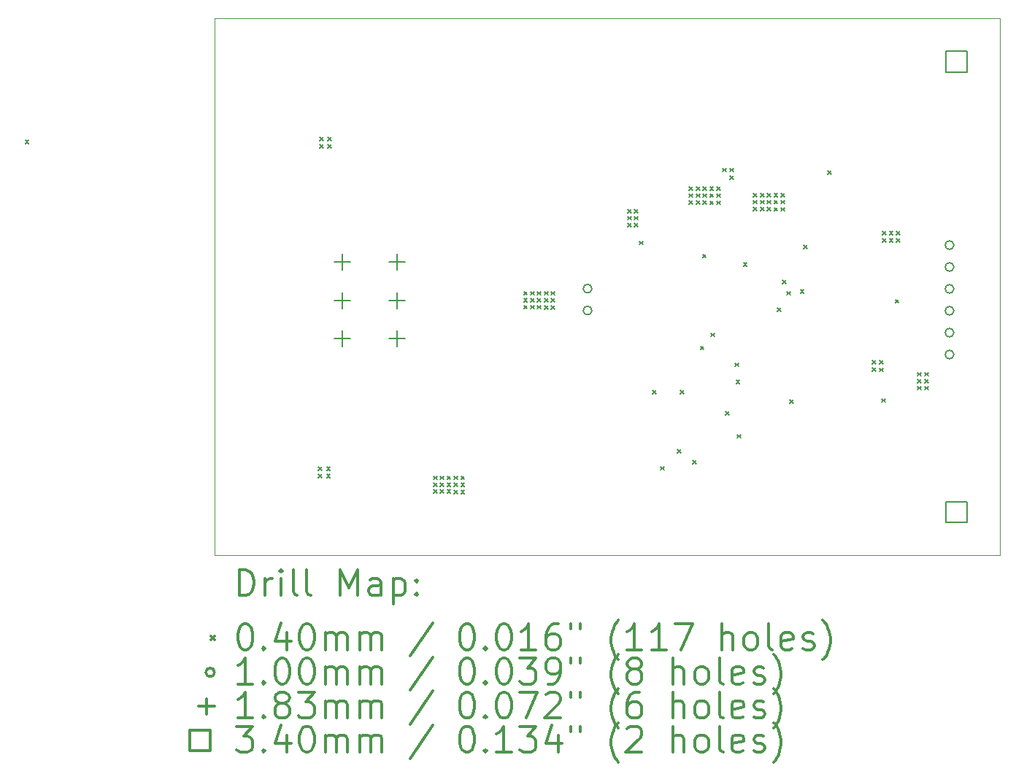
<source format=gbr>
%FSLAX45Y45*%
G04 Gerber Fmt 4.5, Leading zero omitted, Abs format (unit mm)*
G04 Created by KiCad (PCBNEW (5.1.2)-2) date 2020-01-18 23:10:22*
%MOMM*%
%LPD*%
G04 APERTURE LIST*
%ADD10C,0.050000*%
%ADD11C,0.200000*%
%ADD12C,0.300000*%
G04 APERTURE END LIST*
D10*
X19996000Y-5917000D02*
X10891000Y-5917000D01*
X10891000Y-5917000D02*
X10891000Y-12147000D01*
X19996000Y-5917000D02*
X19996000Y-12147000D01*
X10891000Y-12147000D02*
X19996000Y-12147000D01*
D11*
X8693500Y-7332000D02*
X8733500Y-7372000D01*
X8733500Y-7332000D02*
X8693500Y-7372000D01*
X12095000Y-11120000D02*
X12135000Y-11160000D01*
X12135000Y-11120000D02*
X12095000Y-11160000D01*
X12095000Y-11205000D02*
X12135000Y-11245000D01*
X12135000Y-11205000D02*
X12095000Y-11245000D01*
X12110000Y-7295000D02*
X12150000Y-7335000D01*
X12150000Y-7295000D02*
X12110000Y-7335000D01*
X12110000Y-7380000D02*
X12150000Y-7420000D01*
X12150000Y-7380000D02*
X12110000Y-7420000D01*
X12190000Y-11120000D02*
X12230000Y-11160000D01*
X12230000Y-11120000D02*
X12190000Y-11160000D01*
X12190000Y-11205000D02*
X12230000Y-11245000D01*
X12230000Y-11205000D02*
X12190000Y-11245000D01*
X12205000Y-7295000D02*
X12245000Y-7335000D01*
X12245000Y-7295000D02*
X12205000Y-7335000D01*
X12205000Y-7380000D02*
X12245000Y-7420000D01*
X12245000Y-7380000D02*
X12205000Y-7420000D01*
X13428500Y-11227000D02*
X13468500Y-11267000D01*
X13468500Y-11227000D02*
X13428500Y-11267000D01*
X13428500Y-11307000D02*
X13468500Y-11347000D01*
X13468500Y-11307000D02*
X13428500Y-11347000D01*
X13428500Y-11387000D02*
X13468500Y-11427000D01*
X13468500Y-11387000D02*
X13428500Y-11427000D01*
X13508500Y-11227000D02*
X13548500Y-11267000D01*
X13548500Y-11227000D02*
X13508500Y-11267000D01*
X13508500Y-11307000D02*
X13548500Y-11347000D01*
X13548500Y-11307000D02*
X13508500Y-11347000D01*
X13508500Y-11387000D02*
X13548500Y-11427000D01*
X13548500Y-11387000D02*
X13508500Y-11427000D01*
X13588500Y-11227000D02*
X13628500Y-11267000D01*
X13628500Y-11227000D02*
X13588500Y-11267000D01*
X13588500Y-11307000D02*
X13628500Y-11347000D01*
X13628500Y-11307000D02*
X13588500Y-11347000D01*
X13588500Y-11387000D02*
X13628500Y-11427000D01*
X13628500Y-11387000D02*
X13588500Y-11427000D01*
X13668500Y-11227000D02*
X13708500Y-11267000D01*
X13708500Y-11227000D02*
X13668500Y-11267000D01*
X13668500Y-11307000D02*
X13708500Y-11347000D01*
X13708500Y-11307000D02*
X13668500Y-11347000D01*
X13668500Y-11392000D02*
X13708500Y-11432000D01*
X13708500Y-11392000D02*
X13668500Y-11432000D01*
X13748500Y-11227000D02*
X13788500Y-11267000D01*
X13788500Y-11227000D02*
X13748500Y-11267000D01*
X13748500Y-11307000D02*
X13788500Y-11347000D01*
X13788500Y-11307000D02*
X13748500Y-11347000D01*
X13748500Y-11392000D02*
X13788500Y-11432000D01*
X13788500Y-11392000D02*
X13748500Y-11432000D01*
X14476000Y-9087000D02*
X14516000Y-9127000D01*
X14516000Y-9087000D02*
X14476000Y-9127000D01*
X14476000Y-9167000D02*
X14516000Y-9207000D01*
X14516000Y-9167000D02*
X14476000Y-9207000D01*
X14476000Y-9247000D02*
X14516000Y-9287000D01*
X14516000Y-9247000D02*
X14476000Y-9287000D01*
X14556000Y-9087000D02*
X14596000Y-9127000D01*
X14596000Y-9087000D02*
X14556000Y-9127000D01*
X14556000Y-9167000D02*
X14596000Y-9207000D01*
X14596000Y-9167000D02*
X14556000Y-9207000D01*
X14556000Y-9247000D02*
X14596000Y-9287000D01*
X14596000Y-9247000D02*
X14556000Y-9287000D01*
X14636000Y-9087000D02*
X14676000Y-9127000D01*
X14676000Y-9087000D02*
X14636000Y-9127000D01*
X14636000Y-9167000D02*
X14676000Y-9207000D01*
X14676000Y-9167000D02*
X14636000Y-9207000D01*
X14636000Y-9247000D02*
X14676000Y-9287000D01*
X14676000Y-9247000D02*
X14636000Y-9287000D01*
X14716000Y-9087000D02*
X14756000Y-9127000D01*
X14756000Y-9087000D02*
X14716000Y-9127000D01*
X14716000Y-9167000D02*
X14756000Y-9207000D01*
X14756000Y-9167000D02*
X14716000Y-9207000D01*
X14716000Y-9252000D02*
X14756000Y-9292000D01*
X14756000Y-9252000D02*
X14716000Y-9292000D01*
X14796000Y-9087000D02*
X14836000Y-9127000D01*
X14836000Y-9087000D02*
X14796000Y-9127000D01*
X14796000Y-9167000D02*
X14836000Y-9207000D01*
X14836000Y-9167000D02*
X14796000Y-9207000D01*
X14796000Y-9252000D02*
X14836000Y-9292000D01*
X14836000Y-9252000D02*
X14796000Y-9292000D01*
X15681000Y-8134500D02*
X15721000Y-8174500D01*
X15721000Y-8134500D02*
X15681000Y-8174500D01*
X15681000Y-8214500D02*
X15721000Y-8254500D01*
X15721000Y-8214500D02*
X15681000Y-8254500D01*
X15681000Y-8294500D02*
X15721000Y-8334500D01*
X15721000Y-8294500D02*
X15681000Y-8334500D01*
X15761000Y-8134500D02*
X15801000Y-8174500D01*
X15801000Y-8134500D02*
X15761000Y-8174500D01*
X15761000Y-8214500D02*
X15801000Y-8254500D01*
X15801000Y-8214500D02*
X15761000Y-8254500D01*
X15761000Y-8294500D02*
X15801000Y-8334500D01*
X15801000Y-8294500D02*
X15761000Y-8334500D01*
X15816000Y-8502000D02*
X15856000Y-8542000D01*
X15856000Y-8502000D02*
X15816000Y-8542000D01*
X15971000Y-10232000D02*
X16011000Y-10272000D01*
X16011000Y-10232000D02*
X15971000Y-10272000D01*
X16061000Y-11117000D02*
X16101000Y-11157000D01*
X16101000Y-11117000D02*
X16061000Y-11157000D01*
X16260000Y-10917000D02*
X16300000Y-10957000D01*
X16300000Y-10917000D02*
X16260000Y-10957000D01*
X16295000Y-10235000D02*
X16335000Y-10275000D01*
X16335000Y-10235000D02*
X16295000Y-10275000D01*
X16396000Y-7872000D02*
X16436000Y-7912000D01*
X16436000Y-7872000D02*
X16396000Y-7912000D01*
X16396000Y-7952000D02*
X16436000Y-7992000D01*
X16436000Y-7952000D02*
X16396000Y-7992000D01*
X16396000Y-8032000D02*
X16436000Y-8072000D01*
X16436000Y-8032000D02*
X16396000Y-8072000D01*
X16437500Y-11047500D02*
X16477500Y-11087500D01*
X16477500Y-11047500D02*
X16437500Y-11087500D01*
X16476000Y-7872000D02*
X16516000Y-7912000D01*
X16516000Y-7872000D02*
X16476000Y-7912000D01*
X16476000Y-7952000D02*
X16516000Y-7992000D01*
X16516000Y-7952000D02*
X16476000Y-7992000D01*
X16476000Y-8032000D02*
X16516000Y-8072000D01*
X16516000Y-8032000D02*
X16476000Y-8072000D01*
X16526000Y-9720000D02*
X16566000Y-9760000D01*
X16566000Y-9720000D02*
X16526000Y-9760000D01*
X16550000Y-8655000D02*
X16590000Y-8695000D01*
X16590000Y-8655000D02*
X16550000Y-8695000D01*
X16556000Y-7872000D02*
X16596000Y-7912000D01*
X16596000Y-7872000D02*
X16556000Y-7912000D01*
X16556000Y-7952000D02*
X16596000Y-7992000D01*
X16596000Y-7952000D02*
X16556000Y-7992000D01*
X16556000Y-8032000D02*
X16596000Y-8072000D01*
X16596000Y-8032000D02*
X16556000Y-8072000D01*
X16636000Y-7872000D02*
X16676000Y-7912000D01*
X16676000Y-7872000D02*
X16636000Y-7912000D01*
X16636000Y-7952000D02*
X16676000Y-7992000D01*
X16676000Y-7952000D02*
X16636000Y-7992000D01*
X16636000Y-8037000D02*
X16676000Y-8077000D01*
X16676000Y-8037000D02*
X16636000Y-8077000D01*
X16646000Y-9569500D02*
X16686000Y-9609500D01*
X16686000Y-9569500D02*
X16646000Y-9609500D01*
X16716000Y-7872000D02*
X16756000Y-7912000D01*
X16756000Y-7872000D02*
X16716000Y-7912000D01*
X16716000Y-7952000D02*
X16756000Y-7992000D01*
X16756000Y-7952000D02*
X16716000Y-7992000D01*
X16716000Y-8037000D02*
X16756000Y-8077000D01*
X16756000Y-8037000D02*
X16716000Y-8077000D01*
X16783500Y-7654500D02*
X16823500Y-7694500D01*
X16823500Y-7654500D02*
X16783500Y-7694500D01*
X16820000Y-10480000D02*
X16860000Y-10520000D01*
X16860000Y-10480000D02*
X16820000Y-10520000D01*
X16871000Y-7654500D02*
X16911000Y-7694500D01*
X16911000Y-7654500D02*
X16871000Y-7694500D01*
X16871000Y-7747000D02*
X16911000Y-7787000D01*
X16911000Y-7747000D02*
X16871000Y-7787000D01*
X16925002Y-9915000D02*
X16965002Y-9955000D01*
X16965002Y-9915000D02*
X16925002Y-9955000D01*
X16940000Y-10115000D02*
X16980000Y-10155000D01*
X16980000Y-10115000D02*
X16940000Y-10155000D01*
X16955000Y-10745000D02*
X16995000Y-10785000D01*
X16995000Y-10745000D02*
X16955000Y-10785000D01*
X17025000Y-8750000D02*
X17065000Y-8790000D01*
X17065000Y-8750000D02*
X17025000Y-8790000D01*
X17141000Y-7947000D02*
X17181000Y-7987000D01*
X17181000Y-7947000D02*
X17141000Y-7987000D01*
X17141000Y-8027000D02*
X17181000Y-8067000D01*
X17181000Y-8027000D02*
X17141000Y-8067000D01*
X17141000Y-8107000D02*
X17181000Y-8147000D01*
X17181000Y-8107000D02*
X17141000Y-8147000D01*
X17221000Y-7947000D02*
X17261000Y-7987000D01*
X17261000Y-7947000D02*
X17221000Y-7987000D01*
X17221000Y-8027000D02*
X17261000Y-8067000D01*
X17261000Y-8027000D02*
X17221000Y-8067000D01*
X17221000Y-8107000D02*
X17261000Y-8147000D01*
X17261000Y-8107000D02*
X17221000Y-8147000D01*
X17301000Y-7947000D02*
X17341000Y-7987000D01*
X17341000Y-7947000D02*
X17301000Y-7987000D01*
X17301000Y-8027000D02*
X17341000Y-8067000D01*
X17341000Y-8027000D02*
X17301000Y-8067000D01*
X17301000Y-8107000D02*
X17341000Y-8147000D01*
X17341000Y-8107000D02*
X17301000Y-8147000D01*
X17381000Y-7947000D02*
X17421000Y-7987000D01*
X17421000Y-7947000D02*
X17381000Y-7987000D01*
X17381000Y-8027000D02*
X17421000Y-8067000D01*
X17421000Y-8027000D02*
X17381000Y-8067000D01*
X17381000Y-8112000D02*
X17421000Y-8152000D01*
X17421000Y-8112000D02*
X17381000Y-8152000D01*
X17421000Y-9279500D02*
X17461000Y-9319500D01*
X17461000Y-9279500D02*
X17421000Y-9319500D01*
X17461000Y-7947000D02*
X17501000Y-7987000D01*
X17501000Y-7947000D02*
X17461000Y-7987000D01*
X17461000Y-8027000D02*
X17501000Y-8067000D01*
X17501000Y-8027000D02*
X17461000Y-8067000D01*
X17461000Y-8112000D02*
X17501000Y-8152000D01*
X17501000Y-8112000D02*
X17461000Y-8152000D01*
X17475000Y-8955000D02*
X17515000Y-8995000D01*
X17515000Y-8955000D02*
X17475000Y-8995000D01*
X17530000Y-9085000D02*
X17570000Y-9125000D01*
X17570000Y-9085000D02*
X17530000Y-9125000D01*
X17565000Y-10345000D02*
X17605000Y-10385000D01*
X17605000Y-10345000D02*
X17565000Y-10385000D01*
X17685000Y-9065000D02*
X17725000Y-9105000D01*
X17725000Y-9065000D02*
X17685000Y-9105000D01*
X17726000Y-8547000D02*
X17766000Y-8587000D01*
X17766000Y-8547000D02*
X17726000Y-8587000D01*
X18001000Y-7684500D02*
X18041000Y-7724500D01*
X18041000Y-7684500D02*
X18001000Y-7724500D01*
X18518500Y-9884500D02*
X18558500Y-9924500D01*
X18558500Y-9884500D02*
X18518500Y-9924500D01*
X18518500Y-9969500D02*
X18558500Y-10009500D01*
X18558500Y-9969500D02*
X18518500Y-10009500D01*
X18603500Y-9884500D02*
X18643500Y-9924500D01*
X18643500Y-9884500D02*
X18603500Y-9924500D01*
X18603500Y-9974500D02*
X18643500Y-10014500D01*
X18643500Y-9974500D02*
X18603500Y-10014500D01*
X18630000Y-10330000D02*
X18670000Y-10370000D01*
X18670000Y-10330000D02*
X18630000Y-10370000D01*
X18638500Y-8389500D02*
X18678500Y-8429500D01*
X18678500Y-8389500D02*
X18638500Y-8429500D01*
X18638500Y-8469500D02*
X18678500Y-8509500D01*
X18678500Y-8469500D02*
X18638500Y-8509500D01*
X18718500Y-8389500D02*
X18758500Y-8429500D01*
X18758500Y-8389500D02*
X18718500Y-8429500D01*
X18718500Y-8469500D02*
X18758500Y-8509500D01*
X18758500Y-8469500D02*
X18718500Y-8509500D01*
X18785000Y-9180000D02*
X18825000Y-9220000D01*
X18825000Y-9180000D02*
X18785000Y-9220000D01*
X18798500Y-8389500D02*
X18838500Y-8429500D01*
X18838500Y-8389500D02*
X18798500Y-8429500D01*
X18798500Y-8469500D02*
X18838500Y-8509500D01*
X18838500Y-8469500D02*
X18798500Y-8509500D01*
X19046000Y-10027000D02*
X19086000Y-10067000D01*
X19086000Y-10027000D02*
X19046000Y-10067000D01*
X19046000Y-10107000D02*
X19086000Y-10147000D01*
X19086000Y-10107000D02*
X19046000Y-10147000D01*
X19046000Y-10187000D02*
X19086000Y-10227000D01*
X19086000Y-10187000D02*
X19046000Y-10227000D01*
X19126000Y-10027000D02*
X19166000Y-10067000D01*
X19166000Y-10027000D02*
X19126000Y-10067000D01*
X19126000Y-10107000D02*
X19166000Y-10147000D01*
X19166000Y-10107000D02*
X19126000Y-10147000D01*
X19126000Y-10187000D02*
X19166000Y-10227000D01*
X19166000Y-10187000D02*
X19126000Y-10227000D01*
X15266000Y-9052000D02*
G75*
G03X15266000Y-9052000I-50000J0D01*
G01*
X15266000Y-9306000D02*
G75*
G03X15266000Y-9306000I-50000J0D01*
G01*
X19465000Y-8547000D02*
G75*
G03X19465000Y-8547000I-50000J0D01*
G01*
X19465000Y-8801000D02*
G75*
G03X19465000Y-8801000I-50000J0D01*
G01*
X19465000Y-9055000D02*
G75*
G03X19465000Y-9055000I-50000J0D01*
G01*
X19465000Y-9309000D02*
G75*
G03X19465000Y-9309000I-50000J0D01*
G01*
X19465000Y-9563000D02*
G75*
G03X19465000Y-9563000I-50000J0D01*
G01*
X19465000Y-9817000D02*
G75*
G03X19465000Y-9817000I-50000J0D01*
G01*
X12373000Y-8652560D02*
X12373000Y-8835440D01*
X12281560Y-8744000D02*
X12464440Y-8744000D01*
X12373000Y-9097060D02*
X12373000Y-9279940D01*
X12281560Y-9188500D02*
X12464440Y-9188500D01*
X12373000Y-9541560D02*
X12373000Y-9724440D01*
X12281560Y-9633000D02*
X12464440Y-9633000D01*
X13008000Y-8652560D02*
X13008000Y-8835440D01*
X12916560Y-8744000D02*
X13099440Y-8744000D01*
X13008000Y-9097060D02*
X13008000Y-9279940D01*
X12916560Y-9188500D02*
X13099440Y-9188500D01*
X13008000Y-9541560D02*
X13008000Y-9724440D01*
X12916560Y-9633000D02*
X13099440Y-9633000D01*
X19616209Y-11767209D02*
X19616209Y-11526791D01*
X19375791Y-11526791D01*
X19375791Y-11767209D01*
X19616209Y-11767209D01*
X19616209Y-6537209D02*
X19616209Y-6296791D01*
X19375791Y-6296791D01*
X19375791Y-6537209D01*
X19616209Y-6537209D01*
D12*
X11174928Y-12615214D02*
X11174928Y-12315214D01*
X11246357Y-12315214D01*
X11289214Y-12329500D01*
X11317786Y-12358071D01*
X11332071Y-12386643D01*
X11346357Y-12443786D01*
X11346357Y-12486643D01*
X11332071Y-12543786D01*
X11317786Y-12572357D01*
X11289214Y-12600929D01*
X11246357Y-12615214D01*
X11174928Y-12615214D01*
X11474928Y-12615214D02*
X11474928Y-12415214D01*
X11474928Y-12472357D02*
X11489214Y-12443786D01*
X11503500Y-12429500D01*
X11532071Y-12415214D01*
X11560643Y-12415214D01*
X11660643Y-12615214D02*
X11660643Y-12415214D01*
X11660643Y-12315214D02*
X11646357Y-12329500D01*
X11660643Y-12343786D01*
X11674928Y-12329500D01*
X11660643Y-12315214D01*
X11660643Y-12343786D01*
X11846357Y-12615214D02*
X11817786Y-12600929D01*
X11803500Y-12572357D01*
X11803500Y-12315214D01*
X12003500Y-12615214D02*
X11974928Y-12600929D01*
X11960643Y-12572357D01*
X11960643Y-12315214D01*
X12346357Y-12615214D02*
X12346357Y-12315214D01*
X12446357Y-12529500D01*
X12546357Y-12315214D01*
X12546357Y-12615214D01*
X12817786Y-12615214D02*
X12817786Y-12458071D01*
X12803500Y-12429500D01*
X12774928Y-12415214D01*
X12717786Y-12415214D01*
X12689214Y-12429500D01*
X12817786Y-12600929D02*
X12789214Y-12615214D01*
X12717786Y-12615214D01*
X12689214Y-12600929D01*
X12674928Y-12572357D01*
X12674928Y-12543786D01*
X12689214Y-12515214D01*
X12717786Y-12500929D01*
X12789214Y-12500929D01*
X12817786Y-12486643D01*
X12960643Y-12415214D02*
X12960643Y-12715214D01*
X12960643Y-12429500D02*
X12989214Y-12415214D01*
X13046357Y-12415214D01*
X13074928Y-12429500D01*
X13089214Y-12443786D01*
X13103500Y-12472357D01*
X13103500Y-12558071D01*
X13089214Y-12586643D01*
X13074928Y-12600929D01*
X13046357Y-12615214D01*
X12989214Y-12615214D01*
X12960643Y-12600929D01*
X13232071Y-12586643D02*
X13246357Y-12600929D01*
X13232071Y-12615214D01*
X13217786Y-12600929D01*
X13232071Y-12586643D01*
X13232071Y-12615214D01*
X13232071Y-12429500D02*
X13246357Y-12443786D01*
X13232071Y-12458071D01*
X13217786Y-12443786D01*
X13232071Y-12429500D01*
X13232071Y-12458071D01*
X10848500Y-13089500D02*
X10888500Y-13129500D01*
X10888500Y-13089500D02*
X10848500Y-13129500D01*
X11232071Y-12945214D02*
X11260643Y-12945214D01*
X11289214Y-12959500D01*
X11303500Y-12973786D01*
X11317786Y-13002357D01*
X11332071Y-13059500D01*
X11332071Y-13130929D01*
X11317786Y-13188071D01*
X11303500Y-13216643D01*
X11289214Y-13230929D01*
X11260643Y-13245214D01*
X11232071Y-13245214D01*
X11203500Y-13230929D01*
X11189214Y-13216643D01*
X11174928Y-13188071D01*
X11160643Y-13130929D01*
X11160643Y-13059500D01*
X11174928Y-13002357D01*
X11189214Y-12973786D01*
X11203500Y-12959500D01*
X11232071Y-12945214D01*
X11460643Y-13216643D02*
X11474928Y-13230929D01*
X11460643Y-13245214D01*
X11446357Y-13230929D01*
X11460643Y-13216643D01*
X11460643Y-13245214D01*
X11732071Y-13045214D02*
X11732071Y-13245214D01*
X11660643Y-12930929D02*
X11589214Y-13145214D01*
X11774928Y-13145214D01*
X11946357Y-12945214D02*
X11974928Y-12945214D01*
X12003500Y-12959500D01*
X12017786Y-12973786D01*
X12032071Y-13002357D01*
X12046357Y-13059500D01*
X12046357Y-13130929D01*
X12032071Y-13188071D01*
X12017786Y-13216643D01*
X12003500Y-13230929D01*
X11974928Y-13245214D01*
X11946357Y-13245214D01*
X11917786Y-13230929D01*
X11903500Y-13216643D01*
X11889214Y-13188071D01*
X11874928Y-13130929D01*
X11874928Y-13059500D01*
X11889214Y-13002357D01*
X11903500Y-12973786D01*
X11917786Y-12959500D01*
X11946357Y-12945214D01*
X12174928Y-13245214D02*
X12174928Y-13045214D01*
X12174928Y-13073786D02*
X12189214Y-13059500D01*
X12217786Y-13045214D01*
X12260643Y-13045214D01*
X12289214Y-13059500D01*
X12303500Y-13088071D01*
X12303500Y-13245214D01*
X12303500Y-13088071D02*
X12317786Y-13059500D01*
X12346357Y-13045214D01*
X12389214Y-13045214D01*
X12417786Y-13059500D01*
X12432071Y-13088071D01*
X12432071Y-13245214D01*
X12574928Y-13245214D02*
X12574928Y-13045214D01*
X12574928Y-13073786D02*
X12589214Y-13059500D01*
X12617786Y-13045214D01*
X12660643Y-13045214D01*
X12689214Y-13059500D01*
X12703500Y-13088071D01*
X12703500Y-13245214D01*
X12703500Y-13088071D02*
X12717786Y-13059500D01*
X12746357Y-13045214D01*
X12789214Y-13045214D01*
X12817786Y-13059500D01*
X12832071Y-13088071D01*
X12832071Y-13245214D01*
X13417786Y-12930929D02*
X13160643Y-13316643D01*
X13803500Y-12945214D02*
X13832071Y-12945214D01*
X13860643Y-12959500D01*
X13874928Y-12973786D01*
X13889214Y-13002357D01*
X13903500Y-13059500D01*
X13903500Y-13130929D01*
X13889214Y-13188071D01*
X13874928Y-13216643D01*
X13860643Y-13230929D01*
X13832071Y-13245214D01*
X13803500Y-13245214D01*
X13774928Y-13230929D01*
X13760643Y-13216643D01*
X13746357Y-13188071D01*
X13732071Y-13130929D01*
X13732071Y-13059500D01*
X13746357Y-13002357D01*
X13760643Y-12973786D01*
X13774928Y-12959500D01*
X13803500Y-12945214D01*
X14032071Y-13216643D02*
X14046357Y-13230929D01*
X14032071Y-13245214D01*
X14017786Y-13230929D01*
X14032071Y-13216643D01*
X14032071Y-13245214D01*
X14232071Y-12945214D02*
X14260643Y-12945214D01*
X14289214Y-12959500D01*
X14303500Y-12973786D01*
X14317786Y-13002357D01*
X14332071Y-13059500D01*
X14332071Y-13130929D01*
X14317786Y-13188071D01*
X14303500Y-13216643D01*
X14289214Y-13230929D01*
X14260643Y-13245214D01*
X14232071Y-13245214D01*
X14203500Y-13230929D01*
X14189214Y-13216643D01*
X14174928Y-13188071D01*
X14160643Y-13130929D01*
X14160643Y-13059500D01*
X14174928Y-13002357D01*
X14189214Y-12973786D01*
X14203500Y-12959500D01*
X14232071Y-12945214D01*
X14617786Y-13245214D02*
X14446357Y-13245214D01*
X14532071Y-13245214D02*
X14532071Y-12945214D01*
X14503500Y-12988071D01*
X14474928Y-13016643D01*
X14446357Y-13030929D01*
X14874928Y-12945214D02*
X14817786Y-12945214D01*
X14789214Y-12959500D01*
X14774928Y-12973786D01*
X14746357Y-13016643D01*
X14732071Y-13073786D01*
X14732071Y-13188071D01*
X14746357Y-13216643D01*
X14760643Y-13230929D01*
X14789214Y-13245214D01*
X14846357Y-13245214D01*
X14874928Y-13230929D01*
X14889214Y-13216643D01*
X14903500Y-13188071D01*
X14903500Y-13116643D01*
X14889214Y-13088071D01*
X14874928Y-13073786D01*
X14846357Y-13059500D01*
X14789214Y-13059500D01*
X14760643Y-13073786D01*
X14746357Y-13088071D01*
X14732071Y-13116643D01*
X15017786Y-12945214D02*
X15017786Y-13002357D01*
X15132071Y-12945214D02*
X15132071Y-13002357D01*
X15574928Y-13359500D02*
X15560643Y-13345214D01*
X15532071Y-13302357D01*
X15517786Y-13273786D01*
X15503500Y-13230929D01*
X15489214Y-13159500D01*
X15489214Y-13102357D01*
X15503500Y-13030929D01*
X15517786Y-12988071D01*
X15532071Y-12959500D01*
X15560643Y-12916643D01*
X15574928Y-12902357D01*
X15846357Y-13245214D02*
X15674928Y-13245214D01*
X15760643Y-13245214D02*
X15760643Y-12945214D01*
X15732071Y-12988071D01*
X15703500Y-13016643D01*
X15674928Y-13030929D01*
X16132071Y-13245214D02*
X15960643Y-13245214D01*
X16046357Y-13245214D02*
X16046357Y-12945214D01*
X16017786Y-12988071D01*
X15989214Y-13016643D01*
X15960643Y-13030929D01*
X16232071Y-12945214D02*
X16432071Y-12945214D01*
X16303500Y-13245214D01*
X16774928Y-13245214D02*
X16774928Y-12945214D01*
X16903500Y-13245214D02*
X16903500Y-13088071D01*
X16889214Y-13059500D01*
X16860643Y-13045214D01*
X16817786Y-13045214D01*
X16789214Y-13059500D01*
X16774928Y-13073786D01*
X17089214Y-13245214D02*
X17060643Y-13230929D01*
X17046357Y-13216643D01*
X17032071Y-13188071D01*
X17032071Y-13102357D01*
X17046357Y-13073786D01*
X17060643Y-13059500D01*
X17089214Y-13045214D01*
X17132071Y-13045214D01*
X17160643Y-13059500D01*
X17174928Y-13073786D01*
X17189214Y-13102357D01*
X17189214Y-13188071D01*
X17174928Y-13216643D01*
X17160643Y-13230929D01*
X17132071Y-13245214D01*
X17089214Y-13245214D01*
X17360643Y-13245214D02*
X17332071Y-13230929D01*
X17317786Y-13202357D01*
X17317786Y-12945214D01*
X17589214Y-13230929D02*
X17560643Y-13245214D01*
X17503500Y-13245214D01*
X17474928Y-13230929D01*
X17460643Y-13202357D01*
X17460643Y-13088071D01*
X17474928Y-13059500D01*
X17503500Y-13045214D01*
X17560643Y-13045214D01*
X17589214Y-13059500D01*
X17603500Y-13088071D01*
X17603500Y-13116643D01*
X17460643Y-13145214D01*
X17717786Y-13230929D02*
X17746357Y-13245214D01*
X17803500Y-13245214D01*
X17832071Y-13230929D01*
X17846357Y-13202357D01*
X17846357Y-13188071D01*
X17832071Y-13159500D01*
X17803500Y-13145214D01*
X17760643Y-13145214D01*
X17732071Y-13130929D01*
X17717786Y-13102357D01*
X17717786Y-13088071D01*
X17732071Y-13059500D01*
X17760643Y-13045214D01*
X17803500Y-13045214D01*
X17832071Y-13059500D01*
X17946357Y-13359500D02*
X17960643Y-13345214D01*
X17989214Y-13302357D01*
X18003500Y-13273786D01*
X18017786Y-13230929D01*
X18032071Y-13159500D01*
X18032071Y-13102357D01*
X18017786Y-13030929D01*
X18003500Y-12988071D01*
X17989214Y-12959500D01*
X17960643Y-12916643D01*
X17946357Y-12902357D01*
X10888500Y-13505500D02*
G75*
G03X10888500Y-13505500I-50000J0D01*
G01*
X11332071Y-13641214D02*
X11160643Y-13641214D01*
X11246357Y-13641214D02*
X11246357Y-13341214D01*
X11217786Y-13384071D01*
X11189214Y-13412643D01*
X11160643Y-13426929D01*
X11460643Y-13612643D02*
X11474928Y-13626929D01*
X11460643Y-13641214D01*
X11446357Y-13626929D01*
X11460643Y-13612643D01*
X11460643Y-13641214D01*
X11660643Y-13341214D02*
X11689214Y-13341214D01*
X11717786Y-13355500D01*
X11732071Y-13369786D01*
X11746357Y-13398357D01*
X11760643Y-13455500D01*
X11760643Y-13526929D01*
X11746357Y-13584071D01*
X11732071Y-13612643D01*
X11717786Y-13626929D01*
X11689214Y-13641214D01*
X11660643Y-13641214D01*
X11632071Y-13626929D01*
X11617786Y-13612643D01*
X11603500Y-13584071D01*
X11589214Y-13526929D01*
X11589214Y-13455500D01*
X11603500Y-13398357D01*
X11617786Y-13369786D01*
X11632071Y-13355500D01*
X11660643Y-13341214D01*
X11946357Y-13341214D02*
X11974928Y-13341214D01*
X12003500Y-13355500D01*
X12017786Y-13369786D01*
X12032071Y-13398357D01*
X12046357Y-13455500D01*
X12046357Y-13526929D01*
X12032071Y-13584071D01*
X12017786Y-13612643D01*
X12003500Y-13626929D01*
X11974928Y-13641214D01*
X11946357Y-13641214D01*
X11917786Y-13626929D01*
X11903500Y-13612643D01*
X11889214Y-13584071D01*
X11874928Y-13526929D01*
X11874928Y-13455500D01*
X11889214Y-13398357D01*
X11903500Y-13369786D01*
X11917786Y-13355500D01*
X11946357Y-13341214D01*
X12174928Y-13641214D02*
X12174928Y-13441214D01*
X12174928Y-13469786D02*
X12189214Y-13455500D01*
X12217786Y-13441214D01*
X12260643Y-13441214D01*
X12289214Y-13455500D01*
X12303500Y-13484071D01*
X12303500Y-13641214D01*
X12303500Y-13484071D02*
X12317786Y-13455500D01*
X12346357Y-13441214D01*
X12389214Y-13441214D01*
X12417786Y-13455500D01*
X12432071Y-13484071D01*
X12432071Y-13641214D01*
X12574928Y-13641214D02*
X12574928Y-13441214D01*
X12574928Y-13469786D02*
X12589214Y-13455500D01*
X12617786Y-13441214D01*
X12660643Y-13441214D01*
X12689214Y-13455500D01*
X12703500Y-13484071D01*
X12703500Y-13641214D01*
X12703500Y-13484071D02*
X12717786Y-13455500D01*
X12746357Y-13441214D01*
X12789214Y-13441214D01*
X12817786Y-13455500D01*
X12832071Y-13484071D01*
X12832071Y-13641214D01*
X13417786Y-13326929D02*
X13160643Y-13712643D01*
X13803500Y-13341214D02*
X13832071Y-13341214D01*
X13860643Y-13355500D01*
X13874928Y-13369786D01*
X13889214Y-13398357D01*
X13903500Y-13455500D01*
X13903500Y-13526929D01*
X13889214Y-13584071D01*
X13874928Y-13612643D01*
X13860643Y-13626929D01*
X13832071Y-13641214D01*
X13803500Y-13641214D01*
X13774928Y-13626929D01*
X13760643Y-13612643D01*
X13746357Y-13584071D01*
X13732071Y-13526929D01*
X13732071Y-13455500D01*
X13746357Y-13398357D01*
X13760643Y-13369786D01*
X13774928Y-13355500D01*
X13803500Y-13341214D01*
X14032071Y-13612643D02*
X14046357Y-13626929D01*
X14032071Y-13641214D01*
X14017786Y-13626929D01*
X14032071Y-13612643D01*
X14032071Y-13641214D01*
X14232071Y-13341214D02*
X14260643Y-13341214D01*
X14289214Y-13355500D01*
X14303500Y-13369786D01*
X14317786Y-13398357D01*
X14332071Y-13455500D01*
X14332071Y-13526929D01*
X14317786Y-13584071D01*
X14303500Y-13612643D01*
X14289214Y-13626929D01*
X14260643Y-13641214D01*
X14232071Y-13641214D01*
X14203500Y-13626929D01*
X14189214Y-13612643D01*
X14174928Y-13584071D01*
X14160643Y-13526929D01*
X14160643Y-13455500D01*
X14174928Y-13398357D01*
X14189214Y-13369786D01*
X14203500Y-13355500D01*
X14232071Y-13341214D01*
X14432071Y-13341214D02*
X14617786Y-13341214D01*
X14517786Y-13455500D01*
X14560643Y-13455500D01*
X14589214Y-13469786D01*
X14603500Y-13484071D01*
X14617786Y-13512643D01*
X14617786Y-13584071D01*
X14603500Y-13612643D01*
X14589214Y-13626929D01*
X14560643Y-13641214D01*
X14474928Y-13641214D01*
X14446357Y-13626929D01*
X14432071Y-13612643D01*
X14760643Y-13641214D02*
X14817786Y-13641214D01*
X14846357Y-13626929D01*
X14860643Y-13612643D01*
X14889214Y-13569786D01*
X14903500Y-13512643D01*
X14903500Y-13398357D01*
X14889214Y-13369786D01*
X14874928Y-13355500D01*
X14846357Y-13341214D01*
X14789214Y-13341214D01*
X14760643Y-13355500D01*
X14746357Y-13369786D01*
X14732071Y-13398357D01*
X14732071Y-13469786D01*
X14746357Y-13498357D01*
X14760643Y-13512643D01*
X14789214Y-13526929D01*
X14846357Y-13526929D01*
X14874928Y-13512643D01*
X14889214Y-13498357D01*
X14903500Y-13469786D01*
X15017786Y-13341214D02*
X15017786Y-13398357D01*
X15132071Y-13341214D02*
X15132071Y-13398357D01*
X15574928Y-13755500D02*
X15560643Y-13741214D01*
X15532071Y-13698357D01*
X15517786Y-13669786D01*
X15503500Y-13626929D01*
X15489214Y-13555500D01*
X15489214Y-13498357D01*
X15503500Y-13426929D01*
X15517786Y-13384071D01*
X15532071Y-13355500D01*
X15560643Y-13312643D01*
X15574928Y-13298357D01*
X15732071Y-13469786D02*
X15703500Y-13455500D01*
X15689214Y-13441214D01*
X15674928Y-13412643D01*
X15674928Y-13398357D01*
X15689214Y-13369786D01*
X15703500Y-13355500D01*
X15732071Y-13341214D01*
X15789214Y-13341214D01*
X15817786Y-13355500D01*
X15832071Y-13369786D01*
X15846357Y-13398357D01*
X15846357Y-13412643D01*
X15832071Y-13441214D01*
X15817786Y-13455500D01*
X15789214Y-13469786D01*
X15732071Y-13469786D01*
X15703500Y-13484071D01*
X15689214Y-13498357D01*
X15674928Y-13526929D01*
X15674928Y-13584071D01*
X15689214Y-13612643D01*
X15703500Y-13626929D01*
X15732071Y-13641214D01*
X15789214Y-13641214D01*
X15817786Y-13626929D01*
X15832071Y-13612643D01*
X15846357Y-13584071D01*
X15846357Y-13526929D01*
X15832071Y-13498357D01*
X15817786Y-13484071D01*
X15789214Y-13469786D01*
X16203500Y-13641214D02*
X16203500Y-13341214D01*
X16332071Y-13641214D02*
X16332071Y-13484071D01*
X16317786Y-13455500D01*
X16289214Y-13441214D01*
X16246357Y-13441214D01*
X16217786Y-13455500D01*
X16203500Y-13469786D01*
X16517786Y-13641214D02*
X16489214Y-13626929D01*
X16474928Y-13612643D01*
X16460643Y-13584071D01*
X16460643Y-13498357D01*
X16474928Y-13469786D01*
X16489214Y-13455500D01*
X16517786Y-13441214D01*
X16560643Y-13441214D01*
X16589214Y-13455500D01*
X16603500Y-13469786D01*
X16617786Y-13498357D01*
X16617786Y-13584071D01*
X16603500Y-13612643D01*
X16589214Y-13626929D01*
X16560643Y-13641214D01*
X16517786Y-13641214D01*
X16789214Y-13641214D02*
X16760643Y-13626929D01*
X16746357Y-13598357D01*
X16746357Y-13341214D01*
X17017786Y-13626929D02*
X16989214Y-13641214D01*
X16932071Y-13641214D01*
X16903500Y-13626929D01*
X16889214Y-13598357D01*
X16889214Y-13484071D01*
X16903500Y-13455500D01*
X16932071Y-13441214D01*
X16989214Y-13441214D01*
X17017786Y-13455500D01*
X17032071Y-13484071D01*
X17032071Y-13512643D01*
X16889214Y-13541214D01*
X17146357Y-13626929D02*
X17174928Y-13641214D01*
X17232071Y-13641214D01*
X17260643Y-13626929D01*
X17274928Y-13598357D01*
X17274928Y-13584071D01*
X17260643Y-13555500D01*
X17232071Y-13541214D01*
X17189214Y-13541214D01*
X17160643Y-13526929D01*
X17146357Y-13498357D01*
X17146357Y-13484071D01*
X17160643Y-13455500D01*
X17189214Y-13441214D01*
X17232071Y-13441214D01*
X17260643Y-13455500D01*
X17374928Y-13755500D02*
X17389214Y-13741214D01*
X17417786Y-13698357D01*
X17432071Y-13669786D01*
X17446357Y-13626929D01*
X17460643Y-13555500D01*
X17460643Y-13498357D01*
X17446357Y-13426929D01*
X17432071Y-13384071D01*
X17417786Y-13355500D01*
X17389214Y-13312643D01*
X17374928Y-13298357D01*
X10797060Y-13810060D02*
X10797060Y-13992940D01*
X10705620Y-13901500D02*
X10888500Y-13901500D01*
X11332071Y-14037214D02*
X11160643Y-14037214D01*
X11246357Y-14037214D02*
X11246357Y-13737214D01*
X11217786Y-13780071D01*
X11189214Y-13808643D01*
X11160643Y-13822929D01*
X11460643Y-14008643D02*
X11474928Y-14022929D01*
X11460643Y-14037214D01*
X11446357Y-14022929D01*
X11460643Y-14008643D01*
X11460643Y-14037214D01*
X11646357Y-13865786D02*
X11617786Y-13851500D01*
X11603500Y-13837214D01*
X11589214Y-13808643D01*
X11589214Y-13794357D01*
X11603500Y-13765786D01*
X11617786Y-13751500D01*
X11646357Y-13737214D01*
X11703500Y-13737214D01*
X11732071Y-13751500D01*
X11746357Y-13765786D01*
X11760643Y-13794357D01*
X11760643Y-13808643D01*
X11746357Y-13837214D01*
X11732071Y-13851500D01*
X11703500Y-13865786D01*
X11646357Y-13865786D01*
X11617786Y-13880071D01*
X11603500Y-13894357D01*
X11589214Y-13922929D01*
X11589214Y-13980071D01*
X11603500Y-14008643D01*
X11617786Y-14022929D01*
X11646357Y-14037214D01*
X11703500Y-14037214D01*
X11732071Y-14022929D01*
X11746357Y-14008643D01*
X11760643Y-13980071D01*
X11760643Y-13922929D01*
X11746357Y-13894357D01*
X11732071Y-13880071D01*
X11703500Y-13865786D01*
X11860643Y-13737214D02*
X12046357Y-13737214D01*
X11946357Y-13851500D01*
X11989214Y-13851500D01*
X12017786Y-13865786D01*
X12032071Y-13880071D01*
X12046357Y-13908643D01*
X12046357Y-13980071D01*
X12032071Y-14008643D01*
X12017786Y-14022929D01*
X11989214Y-14037214D01*
X11903500Y-14037214D01*
X11874928Y-14022929D01*
X11860643Y-14008643D01*
X12174928Y-14037214D02*
X12174928Y-13837214D01*
X12174928Y-13865786D02*
X12189214Y-13851500D01*
X12217786Y-13837214D01*
X12260643Y-13837214D01*
X12289214Y-13851500D01*
X12303500Y-13880071D01*
X12303500Y-14037214D01*
X12303500Y-13880071D02*
X12317786Y-13851500D01*
X12346357Y-13837214D01*
X12389214Y-13837214D01*
X12417786Y-13851500D01*
X12432071Y-13880071D01*
X12432071Y-14037214D01*
X12574928Y-14037214D02*
X12574928Y-13837214D01*
X12574928Y-13865786D02*
X12589214Y-13851500D01*
X12617786Y-13837214D01*
X12660643Y-13837214D01*
X12689214Y-13851500D01*
X12703500Y-13880071D01*
X12703500Y-14037214D01*
X12703500Y-13880071D02*
X12717786Y-13851500D01*
X12746357Y-13837214D01*
X12789214Y-13837214D01*
X12817786Y-13851500D01*
X12832071Y-13880071D01*
X12832071Y-14037214D01*
X13417786Y-13722929D02*
X13160643Y-14108643D01*
X13803500Y-13737214D02*
X13832071Y-13737214D01*
X13860643Y-13751500D01*
X13874928Y-13765786D01*
X13889214Y-13794357D01*
X13903500Y-13851500D01*
X13903500Y-13922929D01*
X13889214Y-13980071D01*
X13874928Y-14008643D01*
X13860643Y-14022929D01*
X13832071Y-14037214D01*
X13803500Y-14037214D01*
X13774928Y-14022929D01*
X13760643Y-14008643D01*
X13746357Y-13980071D01*
X13732071Y-13922929D01*
X13732071Y-13851500D01*
X13746357Y-13794357D01*
X13760643Y-13765786D01*
X13774928Y-13751500D01*
X13803500Y-13737214D01*
X14032071Y-14008643D02*
X14046357Y-14022929D01*
X14032071Y-14037214D01*
X14017786Y-14022929D01*
X14032071Y-14008643D01*
X14032071Y-14037214D01*
X14232071Y-13737214D02*
X14260643Y-13737214D01*
X14289214Y-13751500D01*
X14303500Y-13765786D01*
X14317786Y-13794357D01*
X14332071Y-13851500D01*
X14332071Y-13922929D01*
X14317786Y-13980071D01*
X14303500Y-14008643D01*
X14289214Y-14022929D01*
X14260643Y-14037214D01*
X14232071Y-14037214D01*
X14203500Y-14022929D01*
X14189214Y-14008643D01*
X14174928Y-13980071D01*
X14160643Y-13922929D01*
X14160643Y-13851500D01*
X14174928Y-13794357D01*
X14189214Y-13765786D01*
X14203500Y-13751500D01*
X14232071Y-13737214D01*
X14432071Y-13737214D02*
X14632071Y-13737214D01*
X14503500Y-14037214D01*
X14732071Y-13765786D02*
X14746357Y-13751500D01*
X14774928Y-13737214D01*
X14846357Y-13737214D01*
X14874928Y-13751500D01*
X14889214Y-13765786D01*
X14903500Y-13794357D01*
X14903500Y-13822929D01*
X14889214Y-13865786D01*
X14717786Y-14037214D01*
X14903500Y-14037214D01*
X15017786Y-13737214D02*
X15017786Y-13794357D01*
X15132071Y-13737214D02*
X15132071Y-13794357D01*
X15574928Y-14151500D02*
X15560643Y-14137214D01*
X15532071Y-14094357D01*
X15517786Y-14065786D01*
X15503500Y-14022929D01*
X15489214Y-13951500D01*
X15489214Y-13894357D01*
X15503500Y-13822929D01*
X15517786Y-13780071D01*
X15532071Y-13751500D01*
X15560643Y-13708643D01*
X15574928Y-13694357D01*
X15817786Y-13737214D02*
X15760643Y-13737214D01*
X15732071Y-13751500D01*
X15717786Y-13765786D01*
X15689214Y-13808643D01*
X15674928Y-13865786D01*
X15674928Y-13980071D01*
X15689214Y-14008643D01*
X15703500Y-14022929D01*
X15732071Y-14037214D01*
X15789214Y-14037214D01*
X15817786Y-14022929D01*
X15832071Y-14008643D01*
X15846357Y-13980071D01*
X15846357Y-13908643D01*
X15832071Y-13880071D01*
X15817786Y-13865786D01*
X15789214Y-13851500D01*
X15732071Y-13851500D01*
X15703500Y-13865786D01*
X15689214Y-13880071D01*
X15674928Y-13908643D01*
X16203500Y-14037214D02*
X16203500Y-13737214D01*
X16332071Y-14037214D02*
X16332071Y-13880071D01*
X16317786Y-13851500D01*
X16289214Y-13837214D01*
X16246357Y-13837214D01*
X16217786Y-13851500D01*
X16203500Y-13865786D01*
X16517786Y-14037214D02*
X16489214Y-14022929D01*
X16474928Y-14008643D01*
X16460643Y-13980071D01*
X16460643Y-13894357D01*
X16474928Y-13865786D01*
X16489214Y-13851500D01*
X16517786Y-13837214D01*
X16560643Y-13837214D01*
X16589214Y-13851500D01*
X16603500Y-13865786D01*
X16617786Y-13894357D01*
X16617786Y-13980071D01*
X16603500Y-14008643D01*
X16589214Y-14022929D01*
X16560643Y-14037214D01*
X16517786Y-14037214D01*
X16789214Y-14037214D02*
X16760643Y-14022929D01*
X16746357Y-13994357D01*
X16746357Y-13737214D01*
X17017786Y-14022929D02*
X16989214Y-14037214D01*
X16932071Y-14037214D01*
X16903500Y-14022929D01*
X16889214Y-13994357D01*
X16889214Y-13880071D01*
X16903500Y-13851500D01*
X16932071Y-13837214D01*
X16989214Y-13837214D01*
X17017786Y-13851500D01*
X17032071Y-13880071D01*
X17032071Y-13908643D01*
X16889214Y-13937214D01*
X17146357Y-14022929D02*
X17174928Y-14037214D01*
X17232071Y-14037214D01*
X17260643Y-14022929D01*
X17274928Y-13994357D01*
X17274928Y-13980071D01*
X17260643Y-13951500D01*
X17232071Y-13937214D01*
X17189214Y-13937214D01*
X17160643Y-13922929D01*
X17146357Y-13894357D01*
X17146357Y-13880071D01*
X17160643Y-13851500D01*
X17189214Y-13837214D01*
X17232071Y-13837214D01*
X17260643Y-13851500D01*
X17374928Y-14151500D02*
X17389214Y-14137214D01*
X17417786Y-14094357D01*
X17432071Y-14065786D01*
X17446357Y-14022929D01*
X17460643Y-13951500D01*
X17460643Y-13894357D01*
X17446357Y-13822929D01*
X17432071Y-13780071D01*
X17417786Y-13751500D01*
X17389214Y-13708643D01*
X17374928Y-13694357D01*
X10838709Y-14417709D02*
X10838709Y-14177291D01*
X10598291Y-14177291D01*
X10598291Y-14417709D01*
X10838709Y-14417709D01*
X11146357Y-14133214D02*
X11332071Y-14133214D01*
X11232071Y-14247500D01*
X11274928Y-14247500D01*
X11303500Y-14261786D01*
X11317786Y-14276071D01*
X11332071Y-14304643D01*
X11332071Y-14376071D01*
X11317786Y-14404643D01*
X11303500Y-14418929D01*
X11274928Y-14433214D01*
X11189214Y-14433214D01*
X11160643Y-14418929D01*
X11146357Y-14404643D01*
X11460643Y-14404643D02*
X11474928Y-14418929D01*
X11460643Y-14433214D01*
X11446357Y-14418929D01*
X11460643Y-14404643D01*
X11460643Y-14433214D01*
X11732071Y-14233214D02*
X11732071Y-14433214D01*
X11660643Y-14118929D02*
X11589214Y-14333214D01*
X11774928Y-14333214D01*
X11946357Y-14133214D02*
X11974928Y-14133214D01*
X12003500Y-14147500D01*
X12017786Y-14161786D01*
X12032071Y-14190357D01*
X12046357Y-14247500D01*
X12046357Y-14318929D01*
X12032071Y-14376071D01*
X12017786Y-14404643D01*
X12003500Y-14418929D01*
X11974928Y-14433214D01*
X11946357Y-14433214D01*
X11917786Y-14418929D01*
X11903500Y-14404643D01*
X11889214Y-14376071D01*
X11874928Y-14318929D01*
X11874928Y-14247500D01*
X11889214Y-14190357D01*
X11903500Y-14161786D01*
X11917786Y-14147500D01*
X11946357Y-14133214D01*
X12174928Y-14433214D02*
X12174928Y-14233214D01*
X12174928Y-14261786D02*
X12189214Y-14247500D01*
X12217786Y-14233214D01*
X12260643Y-14233214D01*
X12289214Y-14247500D01*
X12303500Y-14276071D01*
X12303500Y-14433214D01*
X12303500Y-14276071D02*
X12317786Y-14247500D01*
X12346357Y-14233214D01*
X12389214Y-14233214D01*
X12417786Y-14247500D01*
X12432071Y-14276071D01*
X12432071Y-14433214D01*
X12574928Y-14433214D02*
X12574928Y-14233214D01*
X12574928Y-14261786D02*
X12589214Y-14247500D01*
X12617786Y-14233214D01*
X12660643Y-14233214D01*
X12689214Y-14247500D01*
X12703500Y-14276071D01*
X12703500Y-14433214D01*
X12703500Y-14276071D02*
X12717786Y-14247500D01*
X12746357Y-14233214D01*
X12789214Y-14233214D01*
X12817786Y-14247500D01*
X12832071Y-14276071D01*
X12832071Y-14433214D01*
X13417786Y-14118929D02*
X13160643Y-14504643D01*
X13803500Y-14133214D02*
X13832071Y-14133214D01*
X13860643Y-14147500D01*
X13874928Y-14161786D01*
X13889214Y-14190357D01*
X13903500Y-14247500D01*
X13903500Y-14318929D01*
X13889214Y-14376071D01*
X13874928Y-14404643D01*
X13860643Y-14418929D01*
X13832071Y-14433214D01*
X13803500Y-14433214D01*
X13774928Y-14418929D01*
X13760643Y-14404643D01*
X13746357Y-14376071D01*
X13732071Y-14318929D01*
X13732071Y-14247500D01*
X13746357Y-14190357D01*
X13760643Y-14161786D01*
X13774928Y-14147500D01*
X13803500Y-14133214D01*
X14032071Y-14404643D02*
X14046357Y-14418929D01*
X14032071Y-14433214D01*
X14017786Y-14418929D01*
X14032071Y-14404643D01*
X14032071Y-14433214D01*
X14332071Y-14433214D02*
X14160643Y-14433214D01*
X14246357Y-14433214D02*
X14246357Y-14133214D01*
X14217786Y-14176071D01*
X14189214Y-14204643D01*
X14160643Y-14218929D01*
X14432071Y-14133214D02*
X14617786Y-14133214D01*
X14517786Y-14247500D01*
X14560643Y-14247500D01*
X14589214Y-14261786D01*
X14603500Y-14276071D01*
X14617786Y-14304643D01*
X14617786Y-14376071D01*
X14603500Y-14404643D01*
X14589214Y-14418929D01*
X14560643Y-14433214D01*
X14474928Y-14433214D01*
X14446357Y-14418929D01*
X14432071Y-14404643D01*
X14874928Y-14233214D02*
X14874928Y-14433214D01*
X14803500Y-14118929D02*
X14732071Y-14333214D01*
X14917786Y-14333214D01*
X15017786Y-14133214D02*
X15017786Y-14190357D01*
X15132071Y-14133214D02*
X15132071Y-14190357D01*
X15574928Y-14547500D02*
X15560643Y-14533214D01*
X15532071Y-14490357D01*
X15517786Y-14461786D01*
X15503500Y-14418929D01*
X15489214Y-14347500D01*
X15489214Y-14290357D01*
X15503500Y-14218929D01*
X15517786Y-14176071D01*
X15532071Y-14147500D01*
X15560643Y-14104643D01*
X15574928Y-14090357D01*
X15674928Y-14161786D02*
X15689214Y-14147500D01*
X15717786Y-14133214D01*
X15789214Y-14133214D01*
X15817786Y-14147500D01*
X15832071Y-14161786D01*
X15846357Y-14190357D01*
X15846357Y-14218929D01*
X15832071Y-14261786D01*
X15660643Y-14433214D01*
X15846357Y-14433214D01*
X16203500Y-14433214D02*
X16203500Y-14133214D01*
X16332071Y-14433214D02*
X16332071Y-14276071D01*
X16317786Y-14247500D01*
X16289214Y-14233214D01*
X16246357Y-14233214D01*
X16217786Y-14247500D01*
X16203500Y-14261786D01*
X16517786Y-14433214D02*
X16489214Y-14418929D01*
X16474928Y-14404643D01*
X16460643Y-14376071D01*
X16460643Y-14290357D01*
X16474928Y-14261786D01*
X16489214Y-14247500D01*
X16517786Y-14233214D01*
X16560643Y-14233214D01*
X16589214Y-14247500D01*
X16603500Y-14261786D01*
X16617786Y-14290357D01*
X16617786Y-14376071D01*
X16603500Y-14404643D01*
X16589214Y-14418929D01*
X16560643Y-14433214D01*
X16517786Y-14433214D01*
X16789214Y-14433214D02*
X16760643Y-14418929D01*
X16746357Y-14390357D01*
X16746357Y-14133214D01*
X17017786Y-14418929D02*
X16989214Y-14433214D01*
X16932071Y-14433214D01*
X16903500Y-14418929D01*
X16889214Y-14390357D01*
X16889214Y-14276071D01*
X16903500Y-14247500D01*
X16932071Y-14233214D01*
X16989214Y-14233214D01*
X17017786Y-14247500D01*
X17032071Y-14276071D01*
X17032071Y-14304643D01*
X16889214Y-14333214D01*
X17146357Y-14418929D02*
X17174928Y-14433214D01*
X17232071Y-14433214D01*
X17260643Y-14418929D01*
X17274928Y-14390357D01*
X17274928Y-14376071D01*
X17260643Y-14347500D01*
X17232071Y-14333214D01*
X17189214Y-14333214D01*
X17160643Y-14318929D01*
X17146357Y-14290357D01*
X17146357Y-14276071D01*
X17160643Y-14247500D01*
X17189214Y-14233214D01*
X17232071Y-14233214D01*
X17260643Y-14247500D01*
X17374928Y-14547500D02*
X17389214Y-14533214D01*
X17417786Y-14490357D01*
X17432071Y-14461786D01*
X17446357Y-14418929D01*
X17460643Y-14347500D01*
X17460643Y-14290357D01*
X17446357Y-14218929D01*
X17432071Y-14176071D01*
X17417786Y-14147500D01*
X17389214Y-14104643D01*
X17374928Y-14090357D01*
M02*

</source>
